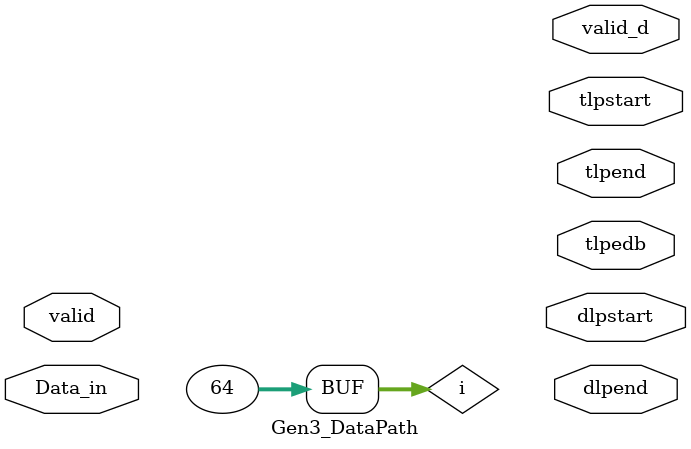
<source format=v>
module Gen3_DataPath(
    input [63:0]Data_in,
    input [7:0]valid,
    // output [63:0]Data_out,

    output [7:0]dlpstart ,
    output [7:0]dlpend   ,
    output [7:0]tlpstart ,
    output [7:0]tlpedb   ,
    output [7:0]tlpend   ,
    output [7:0]valid_d
);

integer i = 0;

always @* begin
  for(i=0;i<64;i = i + 8)
  begin
    if(data[i+3:i] == 4'hf)
    begin
      
    end
  end
end



    
endmodule
</source>
